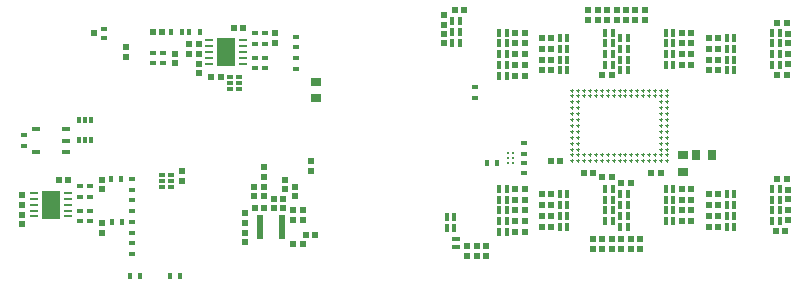
<source format=gbp>
G04*
G04 #@! TF.GenerationSoftware,Altium Limited,Altium Designer,24.3.1 (35)*
G04*
G04 Layer_Color=128*
%FSLAX44Y44*%
%MOMM*%
G71*
G04*
G04 #@! TF.SameCoordinates,35E8F126-3BB9-435E-BEC0-E910B6038B45*
G04*
G04*
G04 #@! TF.FilePolarity,Positive*
G04*
G01*
G75*
%ADD20R,0.4500X0.5500*%
%ADD22R,0.5200X0.5200*%
%ADD25R,0.5000X0.3000*%
%ADD31C,0.2100*%
%ADD32R,0.5500X0.4500*%
%ADD33R,0.7000X0.9000*%
%ADD38R,0.5200X0.5200*%
%ADD39R,0.9000X0.7000*%
%ADD83R,0.5000X0.4700*%
%ADD84R,0.5000X0.3700*%
G04:AMPARAMS|DCode=85|XSize=0.3mm|YSize=0.3mm|CornerRadius=0.15mm|HoleSize=0mm|Usage=FLASHONLY|Rotation=180.000|XOffset=0mm|YOffset=0mm|HoleType=Round|Shape=RoundedRectangle|*
%AMROUNDEDRECTD85*
21,1,0.3000,0.0000,0,0,180.0*
21,1,0.0000,0.3000,0,0,180.0*
1,1,0.3000,0.0000,0.0000*
1,1,0.3000,0.0000,0.0000*
1,1,0.3000,0.0000,0.0000*
1,1,0.3000,0.0000,0.0000*
%
%ADD85ROUNDEDRECTD85*%
%ADD86R,1.6500X2.3800*%
%ADD87R,0.7000X0.2500*%
%ADD88R,0.7747X0.4572*%
%ADD89R,0.3000X0.5000*%
%ADD90R,0.6000X2.0000*%
%ADD91R,0.3500X0.6500*%
%ADD92R,0.6500X0.3500*%
D20*
X658455Y716115D02*
D03*
X649455D02*
D03*
X642955D02*
D03*
X633955D02*
D03*
X641873Y509298D02*
D03*
X632873D02*
D03*
X901065Y605329D02*
D03*
X910064D02*
D03*
X591919Y591266D02*
D03*
X582919D02*
D03*
X608069Y509298D02*
D03*
X599069D02*
D03*
X592669Y554663D02*
D03*
X583669D02*
D03*
D22*
X686893Y719516D02*
D03*
X694893D02*
D03*
X756070Y544204D02*
D03*
X748070D02*
D03*
X925259Y555626D02*
D03*
X933259D02*
D03*
X925259Y564770D02*
D03*
X933259D02*
D03*
X925259Y573914D02*
D03*
X933259D02*
D03*
X925259Y583058D02*
D03*
X933259D02*
D03*
X925259Y546626D02*
D03*
X933259D02*
D03*
X999175Y592828D02*
D03*
X1007175D02*
D03*
X955867Y551054D02*
D03*
X947867D02*
D03*
X955867Y560198D02*
D03*
X947867D02*
D03*
X955867Y569342D02*
D03*
X947867D02*
D03*
X955867Y578486D02*
D03*
X947867D02*
D03*
X1066483Y555626D02*
D03*
X1074483D02*
D03*
X1066483Y564770D02*
D03*
X1074483D02*
D03*
X1066483Y573914D02*
D03*
X1074483D02*
D03*
X1066483Y583058D02*
D03*
X1074483D02*
D03*
X1023180Y588256D02*
D03*
X1015180D02*
D03*
X1145881Y547126D02*
D03*
X1153881D02*
D03*
X1147151Y591558D02*
D03*
X1155151D02*
D03*
X1097091Y551054D02*
D03*
X1089091D02*
D03*
X1097091Y560198D02*
D03*
X1089091D02*
D03*
X1097091Y569342D02*
D03*
X1089091D02*
D03*
X1097091Y578486D02*
D03*
X1089091D02*
D03*
X925259Y687960D02*
D03*
X933259D02*
D03*
X925259Y697104D02*
D03*
X933259D02*
D03*
X925259Y706248D02*
D03*
X933259D02*
D03*
X925259Y715392D02*
D03*
X933259D02*
D03*
X925259Y678960D02*
D03*
X933259D02*
D03*
X881950Y734552D02*
D03*
X873950D02*
D03*
X999175Y679388D02*
D03*
X1007175D02*
D03*
X955867Y683388D02*
D03*
X947867D02*
D03*
X955867Y692532D02*
D03*
X947867D02*
D03*
X955867Y701676D02*
D03*
X947867D02*
D03*
X955867Y710820D02*
D03*
X947867D02*
D03*
X1066483Y687960D02*
D03*
X1074483D02*
D03*
X1066483Y697104D02*
D03*
X1074483D02*
D03*
X1066483Y706248D02*
D03*
X1074483D02*
D03*
X1066483Y715392D02*
D03*
X1074483D02*
D03*
X1147151Y679460D02*
D03*
X1155151D02*
D03*
X1147151Y723748D02*
D03*
X1155151D02*
D03*
X1097091Y683388D02*
D03*
X1089091D02*
D03*
X1097091Y692532D02*
D03*
X1089091D02*
D03*
X1097091Y701820D02*
D03*
X1089091D02*
D03*
X1097091Y710820D02*
D03*
X1089091D02*
D03*
X955674Y606287D02*
D03*
X963674D02*
D03*
X1048677Y596299D02*
D03*
X1040677D02*
D03*
X983175Y596294D02*
D03*
X991175D02*
D03*
X538690Y590158D02*
D03*
X546690D02*
D03*
X618705Y716115D02*
D03*
X626705D02*
D03*
X704804Y566808D02*
D03*
X712804D02*
D03*
X675893Y677974D02*
D03*
X667893D02*
D03*
X728804Y566808D02*
D03*
X720804D02*
D03*
X720804Y574808D02*
D03*
X728804D02*
D03*
X745304Y536046D02*
D03*
X737304D02*
D03*
D25*
X634170Y584807D02*
D03*
Y589807D02*
D03*
Y594807D02*
D03*
X626670D02*
D03*
Y589807D02*
D03*
Y584807D02*
D03*
X683642Y677974D02*
D03*
Y672974D02*
D03*
Y667974D02*
D03*
X691142D02*
D03*
Y672974D02*
D03*
Y677974D02*
D03*
D31*
X919064Y605329D02*
D03*
X923064D02*
D03*
X919064Y609329D02*
D03*
X923064D02*
D03*
X919064Y613329D02*
D03*
X923064D02*
D03*
D32*
X627205Y689425D02*
D03*
Y698425D02*
D03*
X618705Y689425D02*
D03*
Y698425D02*
D03*
X509080Y628441D02*
D03*
Y619441D02*
D03*
X704913Y694016D02*
D03*
Y685015D02*
D03*
X713413Y694016D02*
D03*
Y685015D02*
D03*
X704913Y714576D02*
D03*
Y705575D02*
D03*
X713413Y714576D02*
D03*
Y705575D02*
D03*
X556710Y564658D02*
D03*
Y555658D02*
D03*
X565210Y564658D02*
D03*
Y555658D02*
D03*
X556710Y585218D02*
D03*
Y576218D02*
D03*
X565210Y585218D02*
D03*
Y576218D02*
D03*
X932564Y612829D02*
D03*
Y621829D02*
D03*
Y596329D02*
D03*
Y605329D02*
D03*
X739893Y693673D02*
D03*
Y684673D02*
D03*
Y712016D02*
D03*
Y703016D02*
D03*
X891120Y669136D02*
D03*
Y660136D02*
D03*
X600669Y573496D02*
D03*
Y564496D02*
D03*
Y591266D02*
D03*
Y582266D02*
D03*
X600669Y536893D02*
D03*
Y527893D02*
D03*
Y554663D02*
D03*
Y545663D02*
D03*
D33*
X1092214Y611286D02*
D03*
X1078214D02*
D03*
D38*
X721663Y706575D02*
D03*
Y714576D02*
D03*
X637705Y689575D02*
D03*
Y697575D02*
D03*
X900812Y534510D02*
D03*
Y526510D02*
D03*
X892812Y534510D02*
D03*
Y526510D02*
D03*
X884812Y534510D02*
D03*
Y526510D02*
D03*
X991175Y540170D02*
D03*
Y532170D02*
D03*
X999175Y540170D02*
D03*
Y532170D02*
D03*
X1007175Y540170D02*
D03*
Y532170D02*
D03*
X1031175Y540170D02*
D03*
Y532170D02*
D03*
X1023175Y540170D02*
D03*
Y532170D02*
D03*
X1015175Y540170D02*
D03*
Y532170D02*
D03*
X1156399Y564770D02*
D03*
Y556770D02*
D03*
X1156399Y574058D02*
D03*
Y582058D02*
D03*
X864681Y706120D02*
D03*
Y714120D02*
D03*
Y722120D02*
D03*
Y730120D02*
D03*
X1003175Y726276D02*
D03*
Y734276D02*
D03*
X995175Y726276D02*
D03*
Y734276D02*
D03*
X987175Y726276D02*
D03*
Y734276D02*
D03*
X1011175Y726276D02*
D03*
Y734276D02*
D03*
X1019175Y726276D02*
D03*
Y734276D02*
D03*
X1027175Y726276D02*
D03*
Y734276D02*
D03*
X1035175Y726276D02*
D03*
Y734276D02*
D03*
X1156399Y696960D02*
D03*
Y688960D02*
D03*
X1156399Y706104D02*
D03*
Y714104D02*
D03*
X657563Y681015D02*
D03*
Y689016D02*
D03*
X657563Y697515D02*
D03*
Y705516D02*
D03*
X508084Y553008D02*
D03*
Y561008D02*
D03*
Y569658D02*
D03*
Y577658D02*
D03*
X737304Y564808D02*
D03*
Y556808D02*
D03*
X745304Y564808D02*
D03*
Y556808D02*
D03*
X696804Y562308D02*
D03*
Y554308D02*
D03*
X738828Y576808D02*
D03*
Y584808D02*
D03*
X712304Y576808D02*
D03*
Y584808D02*
D03*
X596236Y694867D02*
D03*
Y702867D02*
D03*
X649113Y697515D02*
D03*
Y705516D02*
D03*
X704304Y576808D02*
D03*
Y584808D02*
D03*
X643189Y589807D02*
D03*
Y597807D02*
D03*
X575169Y582721D02*
D03*
Y590721D02*
D03*
X575689Y545913D02*
D03*
Y553913D02*
D03*
X730828Y590808D02*
D03*
Y582808D02*
D03*
X752304Y606308D02*
D03*
Y598308D02*
D03*
X712304Y601308D02*
D03*
Y593308D02*
D03*
X696804Y545958D02*
D03*
Y537958D02*
D03*
D39*
X1067214Y597286D02*
D03*
Y611286D02*
D03*
X756920Y659750D02*
D03*
Y673750D02*
D03*
D83*
X569084Y714693D02*
D03*
D84*
X577084Y710693D02*
D03*
Y718693D02*
D03*
D85*
X1053676Y666287D02*
D03*
X1048677D02*
D03*
X1043676D02*
D03*
X1038677D02*
D03*
X1033676D02*
D03*
X1028677D02*
D03*
X1023676D02*
D03*
X1053676Y661288D02*
D03*
X1048677D02*
D03*
X1043676D02*
D03*
X1038677D02*
D03*
X1033676D02*
D03*
X1018677D02*
D03*
X1028677D02*
D03*
X1023676D02*
D03*
X1048677Y656287D02*
D03*
X1053676D02*
D03*
Y651288D02*
D03*
Y646287D02*
D03*
Y641288D02*
D03*
Y636287D02*
D03*
Y631286D02*
D03*
Y626287D02*
D03*
Y621286D02*
D03*
Y616287D02*
D03*
Y611286D02*
D03*
Y606287D02*
D03*
X1048677Y651288D02*
D03*
Y646287D02*
D03*
Y641288D02*
D03*
Y636287D02*
D03*
Y631286D02*
D03*
Y626287D02*
D03*
Y621286D02*
D03*
Y616287D02*
D03*
Y606287D02*
D03*
Y611286D02*
D03*
X1043676Y606287D02*
D03*
Y611286D02*
D03*
X1038677Y606287D02*
D03*
Y611286D02*
D03*
X1033676Y606287D02*
D03*
Y611286D02*
D03*
X1028677D02*
D03*
Y606287D02*
D03*
X1023676Y611286D02*
D03*
Y606287D02*
D03*
X1018677Y611286D02*
D03*
Y666287D02*
D03*
X1013676D02*
D03*
Y661288D02*
D03*
X1008674Y666287D02*
D03*
Y661288D02*
D03*
X1003676D02*
D03*
Y666287D02*
D03*
X998674D02*
D03*
Y661288D02*
D03*
X993676Y666287D02*
D03*
Y661288D02*
D03*
X988674Y666287D02*
D03*
Y661288D02*
D03*
X983676Y666287D02*
D03*
Y661288D02*
D03*
X978674Y636287D02*
D03*
Y641288D02*
D03*
Y666287D02*
D03*
Y646287D02*
D03*
Y651288D02*
D03*
Y656287D02*
D03*
Y661288D02*
D03*
Y631286D02*
D03*
Y626287D02*
D03*
X973676Y636287D02*
D03*
Y646287D02*
D03*
Y651288D02*
D03*
Y666287D02*
D03*
Y661288D02*
D03*
Y656287D02*
D03*
Y641288D02*
D03*
Y631286D02*
D03*
X1018677Y606287D02*
D03*
X1013676Y611286D02*
D03*
Y606287D02*
D03*
X1008674Y611286D02*
D03*
Y606287D02*
D03*
X1003676Y611286D02*
D03*
Y606287D02*
D03*
X998674Y611286D02*
D03*
Y606287D02*
D03*
X993676Y611286D02*
D03*
Y606287D02*
D03*
X988674Y611286D02*
D03*
Y606287D02*
D03*
X983676Y611286D02*
D03*
Y606287D02*
D03*
X978674Y621286D02*
D03*
Y616287D02*
D03*
Y611286D02*
D03*
Y606287D02*
D03*
X973676Y626287D02*
D03*
Y621286D02*
D03*
Y616287D02*
D03*
Y611286D02*
D03*
Y606287D02*
D03*
D86*
X680643Y699016D02*
D03*
X532440Y569658D02*
D03*
D87*
X694893Y709016D02*
D03*
Y704016D02*
D03*
Y699016D02*
D03*
Y694016D02*
D03*
Y689016D02*
D03*
X666393Y709016D02*
D03*
Y704016D02*
D03*
Y699016D02*
D03*
Y694016D02*
D03*
Y689016D02*
D03*
X546690Y579658D02*
D03*
Y574658D02*
D03*
Y569658D02*
D03*
Y564658D02*
D03*
Y559658D02*
D03*
X518190Y579658D02*
D03*
Y574658D02*
D03*
Y569658D02*
D03*
Y564658D02*
D03*
Y559658D02*
D03*
D88*
X519693Y633441D02*
D03*
Y614441D02*
D03*
X544966D02*
D03*
Y623941D02*
D03*
Y633441D02*
D03*
D89*
X566140Y641281D02*
D03*
X561140D02*
D03*
X556140D02*
D03*
Y624281D02*
D03*
X561140D02*
D03*
X566140D02*
D03*
D90*
X709054Y550316D02*
D03*
X728054D02*
D03*
D91*
X918009Y555626D02*
D03*
X911509D02*
D03*
X918009Y564770D02*
D03*
X911509D02*
D03*
X918009Y573914D02*
D03*
X911509D02*
D03*
X918009Y583058D02*
D03*
X911509D02*
D03*
X918009Y546626D02*
D03*
X911509D02*
D03*
X867336Y550126D02*
D03*
X873836D02*
D03*
X867336Y559126D02*
D03*
X873836D02*
D03*
X1007930Y555626D02*
D03*
X1001430D02*
D03*
X1007930Y564770D02*
D03*
X1001430D02*
D03*
X1007930Y573914D02*
D03*
X1001430D02*
D03*
X1007925Y583058D02*
D03*
X1001425D02*
D03*
X963117Y551054D02*
D03*
X969617D02*
D03*
X963117Y560198D02*
D03*
X969617D02*
D03*
X963117Y569342D02*
D03*
X969617D02*
D03*
X963117Y578486D02*
D03*
X969617D02*
D03*
X1059233Y555626D02*
D03*
X1052733D02*
D03*
X1059233Y564770D02*
D03*
X1052733D02*
D03*
X1059233Y573914D02*
D03*
X1052733D02*
D03*
X1059233Y583058D02*
D03*
X1052733D02*
D03*
X1014430Y551054D02*
D03*
X1020930D02*
D03*
X1014430Y560198D02*
D03*
X1020930D02*
D03*
X1014430Y569342D02*
D03*
X1020930D02*
D03*
X1014430Y578486D02*
D03*
X1020930D02*
D03*
X1149149Y555626D02*
D03*
X1142649D02*
D03*
X1149149Y564770D02*
D03*
X1142649D02*
D03*
X1149149Y573914D02*
D03*
X1142649D02*
D03*
X1149149Y583058D02*
D03*
X1142649D02*
D03*
X1104341Y551054D02*
D03*
X1110841D02*
D03*
X1104341Y560198D02*
D03*
X1110841D02*
D03*
X1104341Y569342D02*
D03*
X1110841D02*
D03*
X1104341Y578486D02*
D03*
X1110841D02*
D03*
X918009Y687960D02*
D03*
X911509D02*
D03*
X918009Y697104D02*
D03*
X911509D02*
D03*
X918009Y706248D02*
D03*
X911509D02*
D03*
X918009Y715392D02*
D03*
X911509D02*
D03*
X918009Y678960D02*
D03*
X911509D02*
D03*
X871930Y706782D02*
D03*
X878430D02*
D03*
X871930Y715782D02*
D03*
X878430D02*
D03*
X871930Y724782D02*
D03*
X878430D02*
D03*
X1007925Y687960D02*
D03*
X1001425D02*
D03*
X1007925Y697104D02*
D03*
X1001425D02*
D03*
X1007925Y706248D02*
D03*
X1001425D02*
D03*
X1007925Y715392D02*
D03*
X1001425D02*
D03*
X963117Y683388D02*
D03*
X969617D02*
D03*
X963117Y692532D02*
D03*
X969617D02*
D03*
X963117Y701676D02*
D03*
X969617D02*
D03*
X963117Y710820D02*
D03*
X969617D02*
D03*
X1059233Y687960D02*
D03*
X1052733D02*
D03*
X1059233Y697104D02*
D03*
X1052733D02*
D03*
X1059233Y706248D02*
D03*
X1052733D02*
D03*
X1059233Y715392D02*
D03*
X1052733D02*
D03*
X1014425Y683388D02*
D03*
X1020925D02*
D03*
X1014425Y692532D02*
D03*
X1020925D02*
D03*
X1014425Y701676D02*
D03*
X1020925D02*
D03*
X1014425Y710820D02*
D03*
X1020925D02*
D03*
X1149149Y687960D02*
D03*
X1142649D02*
D03*
X1149149Y697104D02*
D03*
X1142649D02*
D03*
X1149149Y706248D02*
D03*
X1142649D02*
D03*
X1149149Y715248D02*
D03*
X1142649D02*
D03*
X1104341Y683388D02*
D03*
X1110841D02*
D03*
X1104341Y692532D02*
D03*
X1110841D02*
D03*
X1104341Y701676D02*
D03*
X1110841D02*
D03*
X1104341Y710820D02*
D03*
X1110841D02*
D03*
D92*
X875434Y533864D02*
D03*
Y540364D02*
D03*
M02*

</source>
